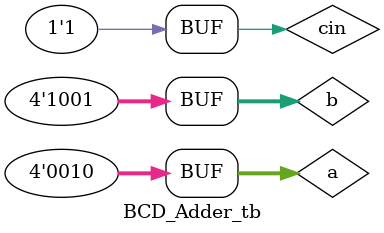
<source format=v>
module BCD_Adder(s,cout,a,b,cin);


input [3:0]a,b;
input cin;
output [3:0]s;
output cout;

reg cin2=1'b0;

wire [3:0]s1,b2;
wire and1,and2,carry1,carry2;

Four_bit_full_adder f1(s1,carry1,a,b,cin);

and(and1,s1[3],s1[2]);
and(and2,s1[3],s1[1]);

or(cout,carry1,and1,and2);

buf(b2[1],cout);
buf(b2[2],cout);
buf(b2[0],1'b0);
buf(b2[3],1'b0);

Four_bit_full_adder f2(s,carry2,b2,s1,cin2);
endmodule
module BCD_Adder_tb;
reg [3:0]a,b;
reg cin;
wire [3:0]s;
wire  cout;
BCD_Adder ba(s,cout,a,b,cin);
initial begin
a=4'b0100; b=4'b0010; cin=1'b0; #50;
a=4'b1000; b=4'b0001; cin=1'b0; #50;
a=4'b1000; b=4'b0100; cin=1'b0; #50;
a=4'b1010; b=4'b1001; cin=1'b0; #50;

a=4'b0100; b=4'b0010; cin=1'b1; #50;
a=4'b1000; b=4'b0001; cin=1'b1; #50;
a=4'b1000; b=4'b0100; cin=1'b1; #50;
a=4'b0010; b=4'b1001; cin=1'b1; #50;
end endmodule

</source>
